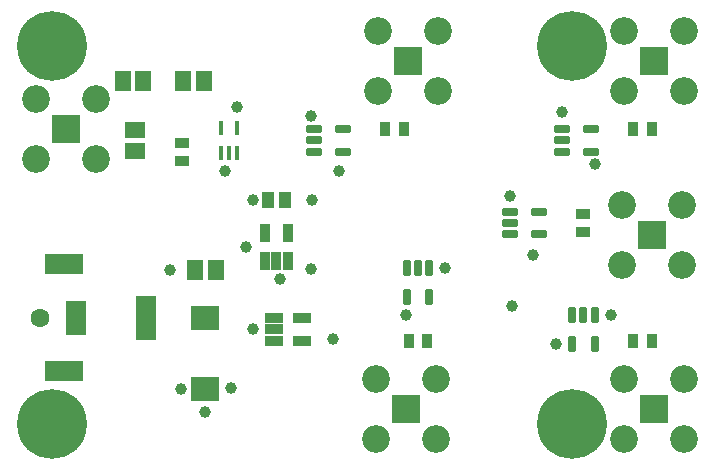
<source format=gbs>
G04*
G04 #@! TF.GenerationSoftware,Altium Limited,Altium Designer,24.1.2 (44)*
G04*
G04 Layer_Color=65280*
%FSLAX44Y44*%
%MOMM*%
G71*
G04*
G04 #@! TF.SameCoordinates,4DB1EA52-69EA-4262-BFD2-8653D691B8C7*
G04*
G04*
G04 #@! TF.FilePolarity,Negative*
G04*
G01*
G75*
%ADD16R,1.0546X1.3562*%
%ADD18C,5.9032*%
%ADD19R,2.3400X2.3400*%
%ADD20C,2.3400*%
%ADD21R,2.3400X2.3400*%
%ADD22R,3.2032X1.7032*%
%ADD23C,1.6032*%
%ADD24R,1.7032X3.7032*%
%ADD25R,1.7032X3.0032*%
%ADD26C,1.0032*%
%ADD37R,0.3500X1.1500*%
%ADD38R,0.9061X1.3098*%
%ADD41R,1.3098X0.9061*%
%ADD42R,2.3300X1.9900*%
G04:AMPARAMS|DCode=47|XSize=1.4232mm|YSize=0.7032mm|CornerRadius=0.1641mm|HoleSize=0mm|Usage=FLASHONLY|Rotation=0.000|XOffset=0mm|YOffset=0mm|HoleType=Round|Shape=RoundedRectangle|*
%AMROUNDEDRECTD47*
21,1,1.4232,0.3750,0,0,0.0*
21,1,1.0950,0.7032,0,0,0.0*
1,1,0.3282,0.5475,-0.1875*
1,1,0.3282,-0.5475,-0.1875*
1,1,0.3282,-0.5475,0.1875*
1,1,0.3282,0.5475,0.1875*
%
%ADD47ROUNDEDRECTD47*%
%ADD48R,1.6532X1.3532*%
G04:AMPARAMS|DCode=49|XSize=1.4232mm|YSize=0.7032mm|CornerRadius=0.1641mm|HoleSize=0mm|Usage=FLASHONLY|Rotation=270.000|XOffset=0mm|YOffset=0mm|HoleType=Round|Shape=RoundedRectangle|*
%AMROUNDEDRECTD49*
21,1,1.4232,0.3750,0,0,270.0*
21,1,1.0950,0.7032,0,0,270.0*
1,1,0.3282,-0.1875,-0.5475*
1,1,0.3282,-0.1875,0.5475*
1,1,0.3282,0.1875,0.5475*
1,1,0.3282,0.1875,-0.5475*
%
%ADD49ROUNDEDRECTD49*%
%ADD50R,0.9032X1.5032*%
%ADD51R,1.5032X0.9032*%
%ADD52R,1.3532X1.6532*%
D16*
X212742Y220000D02*
D03*
X227258D02*
D03*
D18*
X30000Y350000D02*
D03*
X470000Y30000D02*
D03*
Y350000D02*
D03*
X30000Y30000D02*
D03*
D19*
X540000Y42300D02*
D03*
Y337700D02*
D03*
X330000Y42300D02*
D03*
X331910Y337700D02*
D03*
D20*
X514600Y16900D02*
D03*
Y67700D02*
D03*
X565400Y16900D02*
D03*
Y67700D02*
D03*
X563100Y164600D02*
D03*
X512300D02*
D03*
X563100Y215400D02*
D03*
X512300D02*
D03*
X565400Y363100D02*
D03*
Y312300D02*
D03*
X514600Y363100D02*
D03*
Y312300D02*
D03*
X304600Y16900D02*
D03*
Y67700D02*
D03*
X355400Y16900D02*
D03*
Y67700D02*
D03*
X357310Y363100D02*
D03*
Y312300D02*
D03*
X306510Y363100D02*
D03*
Y312300D02*
D03*
X67700Y254600D02*
D03*
X16900D02*
D03*
X67700Y305400D02*
D03*
X16900D02*
D03*
D21*
X537700Y190000D02*
D03*
X42300Y280000D02*
D03*
D22*
X40000Y165000D02*
D03*
Y75000D02*
D03*
D23*
X20000Y120000D02*
D03*
D24*
X110000D02*
D03*
D25*
X50000D02*
D03*
D26*
X200000Y220000D02*
D03*
X194731Y179407D02*
D03*
X490000Y250000D02*
D03*
X176802Y244254D02*
D03*
X462000Y294000D02*
D03*
X363000Y162000D02*
D03*
X503000Y122000D02*
D03*
X418000Y223000D02*
D03*
X248992Y290862D02*
D03*
X223129Y152305D02*
D03*
X200113Y110500D02*
D03*
X139000Y60000D02*
D03*
X181223Y60023D02*
D03*
X159694Y40491D02*
D03*
X456740Y97550D02*
D03*
X419153Y129993D02*
D03*
X437258Y173258D02*
D03*
X330139Y121925D02*
D03*
X273000Y244000D02*
D03*
X249839Y219930D02*
D03*
X187000Y298000D02*
D03*
X130000Y160000D02*
D03*
X249020Y160980D02*
D03*
X268169Y101831D02*
D03*
D37*
X186500Y259750D02*
D03*
X180000D02*
D03*
X173500D02*
D03*
Y280250D02*
D03*
X186500D02*
D03*
D38*
X312239Y280000D02*
D03*
X327761D02*
D03*
X537761Y100000D02*
D03*
X522239D02*
D03*
X537761Y280000D02*
D03*
X522239D02*
D03*
X332239Y100000D02*
D03*
X347761D02*
D03*
D41*
X480000Y192239D02*
D03*
Y207761D02*
D03*
X140000Y252239D02*
D03*
Y267761D02*
D03*
D42*
X160000Y120100D02*
D03*
Y59900D02*
D03*
D47*
X442450Y190500D02*
D03*
Y209500D02*
D03*
X417550D02*
D03*
Y200000D02*
D03*
Y190500D02*
D03*
X276450Y260500D02*
D03*
Y279500D02*
D03*
X251550D02*
D03*
Y270000D02*
D03*
Y260500D02*
D03*
X486450D02*
D03*
Y279500D02*
D03*
X461550D02*
D03*
Y270000D02*
D03*
Y260500D02*
D03*
D48*
X100000Y278750D02*
D03*
Y261250D02*
D03*
D49*
X330500Y137550D02*
D03*
X349500D02*
D03*
Y162450D02*
D03*
X340000D02*
D03*
X330500D02*
D03*
X470500Y97550D02*
D03*
X489500D02*
D03*
Y122450D02*
D03*
X480000D02*
D03*
X470500D02*
D03*
D50*
X229500Y168000D02*
D03*
X220000D02*
D03*
X210500D02*
D03*
Y192000D02*
D03*
X229500D02*
D03*
D51*
X218000Y100500D02*
D03*
Y110000D02*
D03*
Y119500D02*
D03*
X242000D02*
D03*
Y100500D02*
D03*
D52*
X141250Y320000D02*
D03*
X158750D02*
D03*
X90000D02*
D03*
X107500D02*
D03*
X151250Y160000D02*
D03*
X168750D02*
D03*
M02*

</source>
